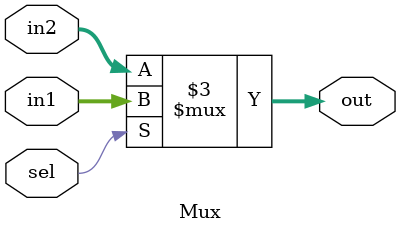
<source format=v>
`timescale 1ns / 1ps
module Mux #(parameter width = 32)
				(input sel,
				 input [width-1:0] in1, in2,
				 output reg [width-1:0] out);

	always@* begin
		if (sel) out <= in1;
		else out <= in2;
	end

endmodule

</source>
